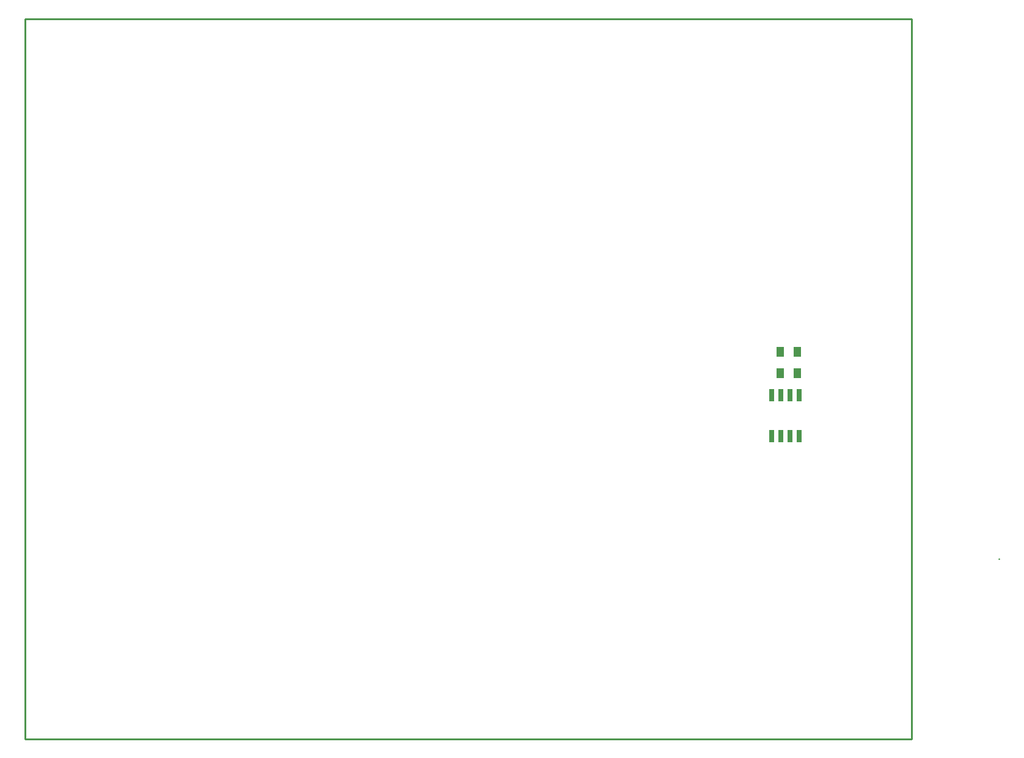
<source format=gtp>
G04*
G04 #@! TF.GenerationSoftware,Altium Limited,Altium Designer,19.0.4 (130)*
G04*
G04 Layer_Color=8421504*
%FSLAX25Y25*%
%MOIN*%
G70*
G01*
G75*
%ADD11C,0.01000*%
%ADD16R,0.02500X0.06500*%
%ADD17R,0.03937X0.05709*%
%ADD18R,0.03937X0.05512*%
D11*
X-131500Y-500D02*
X346000D01*
X-137500D02*
X-131500D01*
X-137500D02*
X-137500Y-393500D01*
X346000D01*
Y-500D01*
X393701Y-295276D02*
X393701Y-295276D01*
D16*
X284850Y-205709D02*
D03*
X279850D02*
D03*
X274850D02*
D03*
X269850D02*
D03*
X284850Y-228150D02*
D03*
X279850D02*
D03*
X274850D02*
D03*
X269850D02*
D03*
D17*
X274338Y-193898D02*
D03*
X283787D02*
D03*
D18*
X283850Y-182087D02*
D03*
X274401D02*
D03*
M02*

</source>
